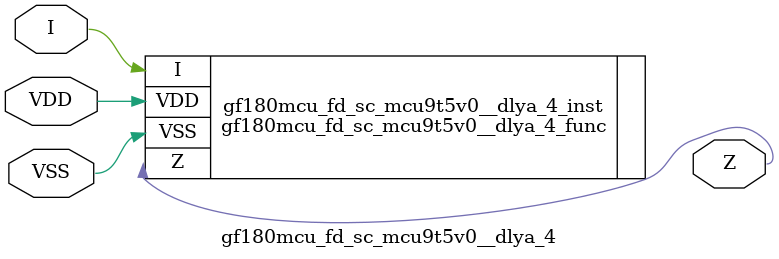
<source format=v>

module gf180mcu_fd_sc_mcu9t5v0__dlya_4( I, Z, VDD, VSS );
input I;
inout VDD, VSS;
output Z;

   `ifdef FUNCTIONAL  //  functional //

	gf180mcu_fd_sc_mcu9t5v0__dlya_4_func gf180mcu_fd_sc_mcu9t5v0__dlya_4_behav_inst(.I(I),.Z(Z),.VDD(VDD),.VSS(VSS));

   `else

	gf180mcu_fd_sc_mcu9t5v0__dlya_4_func gf180mcu_fd_sc_mcu9t5v0__dlya_4_inst(.I(I),.Z(Z),.VDD(VDD),.VSS(VSS));

	// spec_gates_begin


	// spec_gates_end



   specify

	// specify_block_begin

	// comb arc I --> Z
	 (I => Z) = (1.0,1.0);

	// specify_block_end

   endspecify

   `endif

endmodule

</source>
